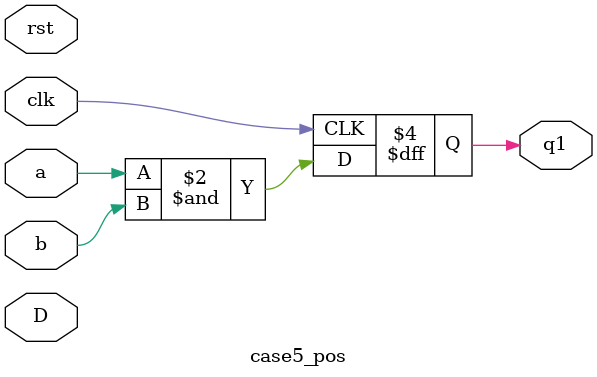
<source format=v>


module case5_pos(a,b,D, clk, rst, q1);

input D,clk, rst,a,b;
output q1;
reg q1;

always @(posedge clk)
begin
	D = a&b;
	q1 <= D;
end

endmodule
</source>
